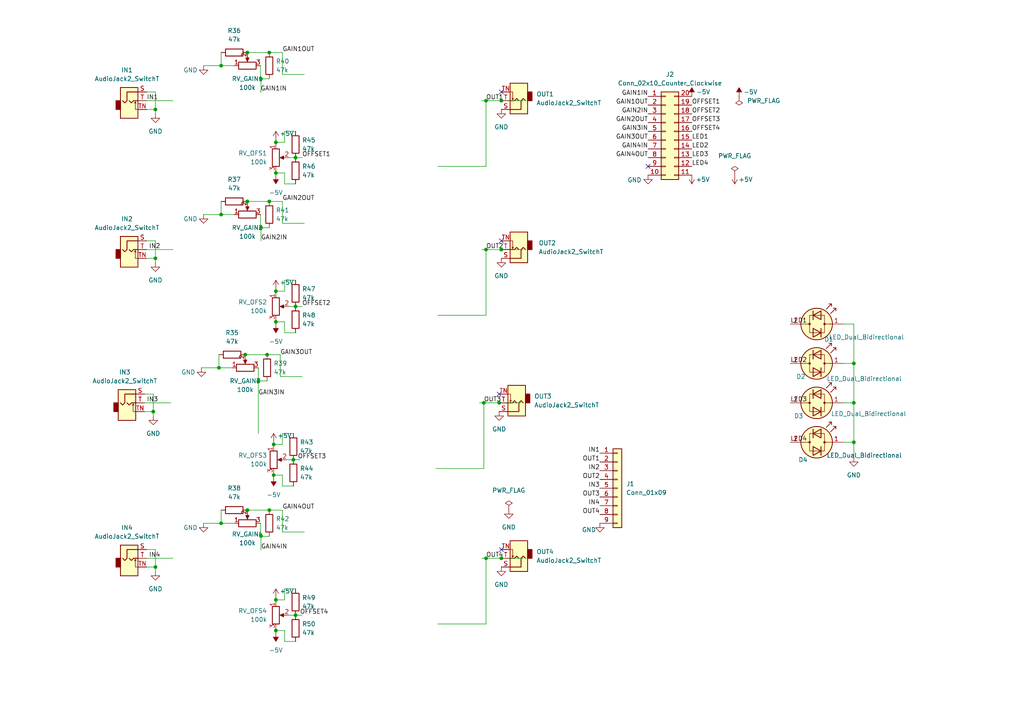
<source format=kicad_sch>
(kicad_sch (version 20211123) (generator eeschema)
  (paper "A4")
  (lib_symbols
    (symbol "Connector:AudioJack2_SwitchT"
      (property "Reference" "J" (at 0 8.89 0))
      (property "Value" "AudioJack2_SwitchT" (at 0 6.35 0))
      (symbol "AudioJack2_SwitchT_0_1"
        (rectangle (start -2.54 0) (end -3.81 -2.54) (stroke (width 0.254)) (fill (type outline)))
        (polyline (pts (xy 1.778 -0.254) (xy 2.032 -0.762)))
        (polyline (pts (xy 0 0) (xy 0.635 -0.635) (xy 1.27 0) (xy 2.54 0)) (stroke (width 0.254)))
        (polyline (pts (xy 2.54 -2.54) (xy 1.778 -2.54) (xy 1.778 -0.254) (xy 1.524 -0.762)))
        (polyline (pts (xy 2.54 2.54) (xy -0.635 2.54) (xy -0.635 0) (xy -1.27 -0.635) (xy -1.905 0)) (stroke (width 0.254)))
        (rectangle (start 2.54 3.81) (end -2.54 -5.08) (stroke (width 0.254)) (fill (type background)))
      )
      (symbol "AudioJack2_SwitchT_1_1"
        (pin passive line (at 5.08 2.54 180) (length 2.54) (name "~") (number "S"))
        (pin passive line (at 5.08 0 180) (length 2.54) (name "~") (number "T"))
        (pin passive line (at 5.08 -2.54 180) (length 2.54) (name "~") (number "TN"))
      )
    )
    (symbol "Connector_Generic:Conn_01x09" (pin_names (offset 1.016) hide)
      (property "Reference" "J" (at 0 12.7 0))
      (property "Value" "Conn_01x09" (at 0 -12.7 0))
      (symbol "Conn_01x09_1_1"
        (rectangle (start -1.27 -10.033) (end 0 -10.287) (stroke (width 0.1524)))
        (rectangle (start -1.27 -7.493) (end 0 -7.747) (stroke (width 0.1524)))
        (rectangle (start -1.27 -4.953) (end 0 -5.207) (stroke (width 0.1524)))
        (rectangle (start -1.27 -2.413) (end 0 -2.667) (stroke (width 0.1524)))
        (rectangle (start -1.27 0.127) (end 0 -0.127) (stroke (width 0.1524)))
        (rectangle (start -1.27 2.667) (end 0 2.413) (stroke (width 0.1524)))
        (rectangle (start -1.27 5.207) (end 0 4.953) (stroke (width 0.1524)))
        (rectangle (start -1.27 7.747) (end 0 7.493) (stroke (width 0.1524)))
        (rectangle (start -1.27 10.287) (end 0 10.033) (stroke (width 0.1524)))
        (rectangle (start -1.27 11.43) (end 1.27 -11.43) (stroke (width 0.254)) (fill (type background)))
        (pin passive line (at -5.08 10.16 0) (length 3.81) (name "Pin_1") (number "1"))
        (pin passive line (at -5.08 7.62 0) (length 3.81) (name "Pin_2") (number "2"))
        (pin passive line (at -5.08 5.08 0) (length 3.81) (name "Pin_3") (number "3"))
        (pin passive line (at -5.08 2.54 0) (length 3.81) (name "Pin_4") (number "4"))
        (pin passive line (at -5.08 0 0) (length 3.81) (name "Pin_5") (number "5"))
        (pin passive line (at -5.08 -2.54 0) (length 3.81) (name "Pin_6") (number "6"))
        (pin passive line (at -5.08 -5.08 0) (length 3.81) (name "Pin_7") (number "7"))
        (pin passive line (at -5.08 -7.62 0) (length 3.81) (name "Pin_8") (number "8"))
        (pin passive line (at -5.08 -10.16 0) (length 3.81) (name "Pin_9") (number "9"))
      )
    )
    (symbol "Connector_Generic:Conn_02x10_Counter_Clockwise" (pin_names (offset 1.016) hide)
      (property "Reference" "J" (at 1.27 12.7 0))
      (property "Value" "Conn_02x10_Counter_Clockwise" (at 1.27 -15.24 0))
      (symbol "Conn_02x10_Counter_Clockwise_1_1"
        (rectangle (start -1.27 -12.573) (end 0 -12.827) (stroke (width 0.1524)))
        (rectangle (start -1.27 -10.033) (end 0 -10.287) (stroke (width 0.1524)))
        (rectangle (start -1.27 -7.493) (end 0 -7.747) (stroke (width 0.1524)))
        (rectangle (start -1.27 -4.953) (end 0 -5.207) (stroke (width 0.1524)))
        (rectangle (start -1.27 -2.413) (end 0 -2.667) (stroke (width 0.1524)))
        (rectangle (start -1.27 0.127) (end 0 -0.127) (stroke (width 0.1524)))
        (rectangle (start -1.27 2.667) (end 0 2.413) (stroke (width 0.1524)))
        (rectangle (start -1.27 5.207) (end 0 4.953) (stroke (width 0.1524)))
        (rectangle (start -1.27 7.747) (end 0 7.493) (stroke (width 0.1524)))
        (rectangle (start -1.27 10.287) (end 0 10.033) (stroke (width 0.1524)))
        (rectangle (start -1.27 11.43) (end 3.81 -13.97) (stroke (width 0.254)) (fill (type background)))
        (rectangle (start 3.81 -12.573) (end 2.54 -12.827) (stroke (width 0.1524)))
        (rectangle (start 3.81 -10.033) (end 2.54 -10.287) (stroke (width 0.1524)))
        (rectangle (start 3.81 -7.493) (end 2.54 -7.747) (stroke (width 0.1524)))
        (rectangle (start 3.81 -4.953) (end 2.54 -5.207) (stroke (width 0.1524)))
        (rectangle (start 3.81 -2.413) (end 2.54 -2.667) (stroke (width 0.1524)))
        (rectangle (start 3.81 0.127) (end 2.54 -0.127) (stroke (width 0.1524)))
        (rectangle (start 3.81 2.667) (end 2.54 2.413) (stroke (width 0.1524)))
        (rectangle (start 3.81 5.207) (end 2.54 4.953) (stroke (width 0.1524)))
        (rectangle (start 3.81 7.747) (end 2.54 7.493) (stroke (width 0.1524)))
        (rectangle (start 3.81 10.287) (end 2.54 10.033) (stroke (width 0.1524)))
        (pin passive line (at -5.08 10.16 0) (length 3.81) (name "Pin_1") (number "1"))
        (pin passive line (at -5.08 -12.7 0) (length 3.81) (name "Pin_10") (number "10"))
        (pin passive line (at 7.62 -12.7 180) (length 3.81) (name "Pin_11") (number "11"))
        (pin passive line (at 7.62 -10.16 180) (length 3.81) (name "Pin_12") (number "12"))
        (pin passive line (at 7.62 -7.62 180) (length 3.81) (name "Pin_13") (number "13"))
        (pin passive line (at 7.62 -5.08 180) (length 3.81) (name "Pin_14") (number "14"))
        (pin passive line (at 7.62 -2.54 180) (length 3.81) (name "Pin_15") (number "15"))
        (pin passive line (at 7.62 0 180) (length 3.81) (name "Pin_16") (number "16"))
        (pin passive line (at 7.62 2.54 180) (length 3.81) (name "Pin_17") (number "17"))
        (pin passive line (at 7.62 5.08 180) (length 3.81) (name "Pin_18") (number "18"))
        (pin passive line (at 7.62 7.62 180) (length 3.81) (name "Pin_19") (number "19"))
        (pin passive line (at -5.08 7.62 0) (length 3.81) (name "Pin_2") (number "2"))
        (pin passive line (at 7.62 10.16 180) (length 3.81) (name "Pin_20") (number "20"))
        (pin passive line (at -5.08 5.08 0) (length 3.81) (name "Pin_3") (number "3"))
        (pin passive line (at -5.08 2.54 0) (length 3.81) (name "Pin_4") (number "4"))
        (pin passive line (at -5.08 0 0) (length 3.81) (name "Pin_5") (number "5"))
        (pin passive line (at -5.08 -2.54 0) (length 3.81) (name "Pin_6") (number "6"))
        (pin passive line (at -5.08 -5.08 0) (length 3.81) (name "Pin_7") (number "7"))
        (pin passive line (at -5.08 -7.62 0) (length 3.81) (name "Pin_8") (number "8"))
        (pin passive line (at -5.08 -10.16 0) (length 3.81) (name "Pin_9") (number "9"))
      )
    )
    (symbol "Device:LED_Dual_Bidirectional" (pin_names (offset 0) hide)
      (property "Reference" "D" (at 0 5.715 0))
      (property "Value" "LED_Dual_Bidirectional" (at 0 -6.35 0))
      (symbol "LED_Dual_Bidirectional_0_1"
        (circle (center -2.032 0) (radius 0.254) (fill (type outline)))
        (polyline (pts (xy -4.572 0) (xy -2.54 0)))
        (polyline (pts (xy -2.032 0) (xy -2.54 0)))
        (polyline (pts (xy -1.016 3.81) (xy -1.016 1.27)) (stroke (width 0.254)))
        (polyline (pts (xy 1.27 -1.27) (xy 1.27 -3.81)) (stroke (width 0.254)))
        (polyline (pts (xy 4.064 0) (xy 2.286 0)) (fill (type outline)))
        (polyline (pts (xy 4.318 5.842) (xy 4.318 5.08)) (stroke (width 0.2032)))
        (polyline (pts (xy 5.588 4.572) (xy 5.588 3.81)) (stroke (width 0.2032)))
        (polyline (pts (xy 2.794 4.318) (xy 4.318 5.842) (xy 3.556 5.842)) (stroke (width 0.2032)))
        (polyline (pts (xy 4.064 3.048) (xy 5.588 4.572) (xy 4.826 4.572)) (stroke (width 0.2032)))
        (polyline (pts (xy -1.016 -1.27) (xy -1.016 -3.81) (xy 1.27 -2.54) (xy -1.016 -1.27)) (stroke (width 0.254)))
        (polyline (pts (xy 1.27 3.81) (xy 1.27 1.27) (xy -1.016 2.54) (xy 1.27 3.81)) (stroke (width 0.254)))
        (polyline (pts (xy 2.286 2.54) (xy -2.032 2.54) (xy -2.032 -2.54) (xy 2.286 -2.54) (xy 2.286 2.54)))
        (circle (center 0 0) (radius 4.572) (stroke (width 0.254)) (fill (type background)))
        (circle (center 2.286 0) (radius 0.254) (fill (type outline)))
      )
      (symbol "LED_Dual_Bidirectional_1_1"
        (pin input line (at 7.62 0 180) (length 3.81) (name "KA") (number "1"))
        (pin input line (at -7.62 0 0) (length 3.048) (name "AK") (number "2"))
      )
    )
    (symbol "Device:R" (pin_numbers hide) (pin_names (offset 0))
      (property "Reference" "R" (at 2.032 0 90))
      (property "Value" "R" (at 0 0 90))
      (symbol "R_0_1"
        (rectangle (start -1.016 -2.54) (end 1.016 2.54) (stroke (width 0.254)))
      )
      (symbol "R_1_1"
        (pin passive line (at 0 3.81 270) (length 1.27) (name "~") (number "1"))
        (pin passive line (at 0 -3.81 90) (length 1.27) (name "~") (number "2"))
      )
    )
    (symbol "Device:R_Potentiometer" (pin_names (offset 1.016) hide)
      (property "Reference" "RV" (at -4.445 0 90))
      (property "Value" "R_Potentiometer" (at -2.54 0 90))
      (symbol "R_Potentiometer_0_1"
        (polyline (pts (xy 2.54 0) (xy 1.524 0)))
        (polyline (pts (xy 1.143 0) (xy 2.286 0.508) (xy 2.286 -0.508) (xy 1.143 0)) (fill (type outline)))
        (rectangle (start 1.016 2.54) (end -1.016 -2.54) (stroke (width 0.254)))
      )
      (symbol "R_Potentiometer_1_1"
        (pin passive line (at 0 3.81 270) (length 1.27) (name "1") (number "1"))
        (pin passive line (at 3.81 0 180) (length 1.27) (name "2") (number "2"))
        (pin passive line (at 0 -3.81 90) (length 1.27) (name "3") (number "3"))
      )
    )
    (symbol "power:+5V" (power) (pin_names (offset 0))
      (property "Value" "+5V" (at 0 3.556 0))
      (symbol "+5V_0_1"
        (polyline (pts (xy -0.762 1.27) (xy 0 2.54)))
        (polyline (pts (xy 0 0) (xy 0 2.54)))
        (polyline (pts (xy 0 2.54) (xy 0.762 1.27)))
      )
      (symbol "+5V_1_1"
        (pin power_in line (at 0 0 90) (length 0) hide (name "+5V") (number "1"))
      )
    )
    (symbol "power:-5V" (power) (pin_names (offset 0))
      (property "Value" "-5V" (at 0 3.81 0))
      (symbol "-5V_0_0"
        (pin power_in line (at 0 0 90) (length 0) hide (name "-5V") (number "1"))
      )
      (symbol "-5V_0_1"
        (polyline (pts (xy 0 0) (xy 0 1.27) (xy 0.762 1.27) (xy 0 2.54) (xy -0.762 1.27) (xy 0 1.27)) (fill (type outline)))
      )
    )
    (symbol "power:GND" (power) (pin_names (offset 0))
      (property "Value" "GND" (at 0 -3.81 0))
      (symbol "GND_0_1"
        (polyline (pts (xy 0 0) (xy 0 -1.27) (xy 1.27 -1.27) (xy 0 -2.54) (xy -1.27 -1.27) (xy 0 -1.27)))
      )
      (symbol "GND_1_1"
        (pin power_in line (at 0 0 270) (length 0) hide (name "GND") (number "1"))
      )
    )
    (symbol "power:PWR_FLAG" (power) (pin_numbers hide) (pin_names (offset 0) hide)
      (property "Value" "PWR_FLAG" (at 0 3.81 0))
      (symbol "PWR_FLAG_0_0"
        (pin power_out line (at 0 0 90) (length 0) (name "pwr") (number "1"))
      )
      (symbol "PWR_FLAG_0_1"
        (polyline (pts (xy 0 0) (xy 0 1.27) (xy -1.016 1.905) (xy 0 2.54) (xy 1.016 1.905) (xy 0 1.27)))
      )
    )
  )
  (junction (at 78.105 15.24))
  (junction (at 80.01 84.455))
  (junction (at 74.93 110.49))
  (junction (at 71.755 147.955))
  (junction (at 77.47 102.87))
  (junction (at 63.5 106.68))
  (junction (at 80.01 50.165))
  (junction (at 79.375 137.795))
  (junction (at 45.085 74.93))
  (junction (at 44.45 119.38))
  (junction (at 85.09 133.35))
  (junction (at 71.755 15.24))
  (junction (at 79.375 128.905))
  (junction (at 71.755 58.42))
  (junction (at 144.78 116.84))
  (junction (at 145.415 161.925))
  (junction (at 71.12 102.87))
  (junction (at 78.105 147.955))
  (junction (at 140.97 161.925))
  (junction (at 140.97 72.39))
  (junction (at 85.725 45.72))
  (junction (at 45.085 31.75))
  (junction (at 75.692 22.86))
  (junction (at 78.105 58.42))
  (junction (at 80.01 182.88))
  (junction (at 64.135 151.765))
  (junction (at 75.692 66.04))
  (junction (at 145.415 72.39))
  (junction (at 64.135 19.05))
  (junction (at 80.01 41.275))
  (junction (at 45.085 164.465))
  (junction (at 85.725 88.9))
  (junction (at 247.65 116.84))
  (junction (at 80.01 173.99))
  (junction (at 145.415 29.21))
  (junction (at 247.65 105.41))
  (junction (at 140.97 29.21))
  (junction (at 140.335 116.84))
  (junction (at 64.135 62.23))
  (junction (at 80.01 93.345))
  (junction (at 247.65 128.27))
  (junction (at 85.725 178.435))
  (junction (at 75.692 155.448))
  (no_connect (at 145.415 26.67))
  (no_connect (at 145.415 69.85))
  (no_connect (at 144.78 114.3))
  (no_connect (at 145.415 159.385))
  (no_connect (at 187.96 48.26))
  (wire (pts (xy 80.01 92.71) (xy 80.01 93.345)))
  (wire (pts (xy 79.375 128.905) (xy 79.375 129.54)))
  (wire (pts (xy 126.365 135.89) (xy 140.335 135.89)))
  (wire (pts (xy 80.01 93.345) (xy 80.01 93.98)))
  (wire (pts (xy 83.82 88.9) (xy 85.725 88.9)))
  (wire (pts (xy 80.01 41.275) (xy 80.01 41.91)))
  (wire (pts (xy 80.01 84.455) (xy 80.01 85.09)))
  (wire (pts (xy 85.725 88.9) (xy 87.63 88.9)))
  (wire (pts (xy 82.55 186.055) (xy 82.55 182.88)))
  (wire (pts (xy 71.755 147.955) (xy 78.105 147.955)))
  (wire (pts (xy 145.415 72.39) (xy 151.765 72.39)))
  (wire (pts (xy 44.45 120.65) (xy 44.45 119.38)))
  (wire (pts (xy 140.97 29.21) (xy 145.415 29.21)))
  (wire (pts (xy 74.93 110.49) (xy 77.47 110.49)))
  (wire (pts (xy 79.375 128.27) (xy 79.375 128.905)))
  (wire (pts (xy 85.725 96.52) (xy 82.55 96.52)))
  (wire (pts (xy 80.01 182.88) (xy 80.01 183.515)))
  (wire (pts (xy 75.692 66.04) (xy 78.105 66.04)))
  (wire (pts (xy 71.755 58.42) (xy 78.105 58.42)))
  (wire (pts (xy 82.55 170.815) (xy 82.55 173.99)))
  (wire (pts (xy 81.915 58.42) (xy 81.915 64.77)))
  (wire (pts (xy 81.915 154.305) (xy 88.265 154.305)))
  (wire (pts (xy 81.915 21.59) (xy 88.265 21.59)))
  (wire (pts (xy 42.545 26.67) (xy 45.085 26.67)))
  (wire (pts (xy 81.915 64.77) (xy 88.265 64.77)))
  (wire (pts (xy 80.01 40.64) (xy 80.01 41.275)))
  (wire (pts (xy 80.01 49.53) (xy 80.01 50.165)))
  (wire (pts (xy 42.545 72.39) (xy 50.165 72.39)))
  (wire (pts (xy 140.335 135.89) (xy 140.335 116.84)))
  (wire (pts (xy 82.55 81.28) (xy 82.55 84.455)))
  (wire (pts (xy 85.09 140.97) (xy 81.915 140.97)))
  (wire (pts (xy 140.97 161.925) (xy 145.415 161.925)))
  (wire (pts (xy 140.97 72.39) (xy 139.7 72.39)))
  (wire (pts (xy 85.725 53.34) (xy 82.55 53.34)))
  (wire (pts (xy 44.45 114.3) (xy 44.45 119.38)))
  (wire (pts (xy 79.375 137.16) (xy 79.375 137.795)))
  (wire (pts (xy 85.725 186.055) (xy 82.55 186.055)))
  (wire (pts (xy 81.28 109.22) (xy 87.63 109.22)))
  (wire (pts (xy 81.28 102.87) (xy 81.28 109.22)))
  (wire (pts (xy 85.09 125.73) (xy 81.915 125.73)))
  (wire (pts (xy 81.915 15.24) (xy 81.915 21.59)))
  (wire (pts (xy 127 180.975) (xy 140.97 180.975)))
  (wire (pts (xy 45.085 164.465) (xy 42.545 164.465)))
  (wire (pts (xy 145.415 29.21) (xy 151.765 29.21)))
  (wire (pts (xy 247.65 128.27) (xy 244.475 128.27)))
  (wire (pts (xy 79.375 137.795) (xy 79.375 138.43)))
  (wire (pts (xy 75.438 26.67) (xy 75.692 26.67)))
  (wire (pts (xy 127 48.26) (xy 140.97 48.26)))
  (wire (pts (xy 64.135 58.42) (xy 64.135 62.23)))
  (wire (pts (xy 145.415 161.925) (xy 151.765 161.925)))
  (wire (pts (xy 59.055 62.23) (xy 64.135 62.23)))
  (wire (pts (xy 64.135 15.24) (xy 64.135 19.05)))
  (wire (pts (xy 64.135 151.765) (xy 67.945 151.765)))
  (wire (pts (xy 81.915 140.97) (xy 81.915 137.795)))
  (wire (pts (xy 82.55 84.455) (xy 80.01 84.455)))
  (wire (pts (xy 42.545 161.925) (xy 50.165 161.925)))
  (wire (pts (xy 71.12 102.87) (xy 77.47 102.87)))
  (wire (pts (xy 85.09 133.35) (xy 86.995 133.35)))
  (wire (pts (xy 85.725 38.1) (xy 82.55 38.1)))
  (wire (pts (xy 82.55 41.275) (xy 80.01 41.275)))
  (wire (pts (xy 58.42 106.68) (xy 63.5 106.68)))
  (wire (pts (xy 64.135 62.23) (xy 67.945 62.23)))
  (wire (pts (xy 83.82 178.435) (xy 85.725 178.435)))
  (wire (pts (xy 81.915 147.955) (xy 81.915 154.305)))
  (wire (pts (xy 82.55 182.88) (xy 80.01 182.88)))
  (wire (pts (xy 80.01 173.355) (xy 80.01 173.99)))
  (wire (pts (xy 74.93 106.68) (xy 74.93 110.49)))
  (wire (pts (xy 75.565 19.05) (xy 75.565 22.86)))
  (wire (pts (xy 64.135 147.955) (xy 64.135 151.765)))
  (wire (pts (xy 247.65 116.84) (xy 247.65 128.27)))
  (wire (pts (xy 75.565 66.04) (xy 75.692 66.04)))
  (wire (pts (xy 85.725 45.72) (xy 87.63 45.72)))
  (wire (pts (xy 45.085 159.385) (xy 45.085 164.465)))
  (wire (pts (xy 140.97 29.21) (xy 139.7 29.21)))
  (wire (pts (xy 75.692 26.67) (xy 75.692 22.86)))
  (wire (pts (xy 75.565 151.765) (xy 75.565 155.575)))
  (wire (pts (xy 63.5 102.87) (xy 63.5 106.68)))
  (wire (pts (xy 140.335 116.84) (xy 139.065 116.84)))
  (wire (pts (xy 63.5 106.68) (xy 67.31 106.68)))
  (wire (pts (xy 127 91.44) (xy 140.97 91.44)))
  (wire (pts (xy 82.55 96.52) (xy 82.55 93.345)))
  (wire (pts (xy 80.01 50.165) (xy 80.01 50.8)))
  (wire (pts (xy 81.915 128.905) (xy 79.375 128.905)))
  (wire (pts (xy 82.55 53.34) (xy 82.55 50.165)))
  (wire (pts (xy 75.692 155.448) (xy 75.692 159.512)))
  (wire (pts (xy 64.135 19.05) (xy 67.945 19.05)))
  (wire (pts (xy 45.085 26.67) (xy 45.085 31.75)))
  (wire (pts (xy 140.97 91.44) (xy 140.97 72.39)))
  (wire (pts (xy 80.01 173.99) (xy 80.01 174.625)))
  (wire (pts (xy 247.65 93.98) (xy 247.65 105.41)))
  (wire (pts (xy 45.085 31.75) (xy 42.545 31.75)))
  (wire (pts (xy 41.91 114.3) (xy 44.45 114.3)))
  (wire (pts (xy 42.545 69.85) (xy 45.085 69.85)))
  (wire (pts (xy 78.105 58.42) (xy 81.915 58.42)))
  (wire (pts (xy 82.55 38.1) (xy 82.55 41.275)))
  (wire (pts (xy 42.545 29.21) (xy 50.165 29.21)))
  (wire (pts (xy 144.78 116.84) (xy 151.13 116.84)))
  (wire (pts (xy 244.475 93.98) (xy 247.65 93.98)))
  (wire (pts (xy 80.01 83.82) (xy 80.01 84.455)))
  (wire (pts (xy 45.085 74.93) (xy 42.545 74.93)))
  (wire (pts (xy 44.45 119.38) (xy 41.91 119.38)))
  (wire (pts (xy 75.565 155.575) (xy 78.105 155.575)))
  (wire (pts (xy 75.692 66.04) (xy 75.692 69.85)))
  (wire (pts (xy 78.105 15.24) (xy 81.915 15.24)))
  (wire (pts (xy 75.692 22.86) (xy 78.105 22.86)))
  (wire (pts (xy 59.055 151.765) (xy 64.135 151.765)))
  (wire (pts (xy 59.055 19.05) (xy 64.135 19.05)))
  (wire (pts (xy 75.565 22.86) (xy 75.692 22.86)))
  (wire (pts (xy 140.97 48.26) (xy 140.97 29.21)))
  (wire (pts (xy 82.55 173.99) (xy 80.01 173.99)))
  (wire (pts (xy 81.915 125.73) (xy 81.915 128.905)))
  (wire (pts (xy 244.475 116.84) (xy 247.65 116.84)))
  (wire (pts (xy 82.55 93.345) (xy 80.01 93.345)))
  (wire (pts (xy 45.085 33.02) (xy 45.085 31.75)))
  (wire (pts (xy 85.725 81.28) (xy 82.55 81.28)))
  (wire (pts (xy 75.565 62.23) (xy 75.565 66.04)))
  (wire (pts (xy 140.97 72.39) (xy 145.415 72.39)))
  (wire (pts (xy 140.97 180.975) (xy 140.97 161.925)))
  (wire (pts (xy 71.755 15.24) (xy 78.105 15.24)))
  (wire (pts (xy 247.65 105.41) (xy 247.65 116.84)))
  (wire (pts (xy 45.085 76.2) (xy 45.085 74.93)))
  (wire (pts (xy 81.915 137.795) (xy 79.375 137.795)))
  (wire (pts (xy 74.93 110.49) (xy 74.93 125.73)))
  (wire (pts (xy 247.65 132.715) (xy 247.65 128.27)))
  (wire (pts (xy 244.475 105.41) (xy 247.65 105.41)))
  (wire (pts (xy 83.82 45.72) (xy 85.725 45.72)))
  (wire (pts (xy 140.97 161.925) (xy 139.7 161.925)))
  (wire (pts (xy 140.335 116.84) (xy 144.78 116.84)))
  (wire (pts (xy 78.105 147.955) (xy 81.915 147.955)))
  (wire (pts (xy 41.91 116.84) (xy 49.53 116.84)))
  (wire (pts (xy 80.01 182.245) (xy 80.01 182.88)))
  (wire (pts (xy 82.55 50.165) (xy 80.01 50.165)))
  (wire (pts (xy 83.185 133.35) (xy 85.09 133.35)))
  (wire (pts (xy 42.545 159.385) (xy 45.085 159.385)))
  (wire (pts (xy 77.47 102.87) (xy 81.28 102.87)))
  (wire (pts (xy 45.085 69.85) (xy 45.085 74.93)))
  (wire (pts (xy 45.085 165.735) (xy 45.085 164.465)))
  (wire (pts (xy 85.725 178.435) (xy 87.63 178.435)))
  (wire (pts (xy 85.725 170.815) (xy 82.55 170.815)))
  (label "OUT2" (at 173.99 139.065 180))
  (label "IN1" (at 173.99 131.445 180))
  (label "LED1" (at 200.66 40.64 0))
  (label "OFFSET4" (at 86.995 178.435 0))
  (label "OUT3" (at 173.99 144.145 180))
  (label "OUT3" (at 140.335 116.84 0))
  (label "IN4" (at 43.18 161.925 0))
  (label "OUT1" (at 140.97 29.21 0))
  (label "GAIN1OUT" (at 81.915 15.24 0))
  (label "OUT2" (at 140.97 72.39 0))
  (label "OFFSET3" (at 200.66 35.56 0))
  (label "LED4" (at 200.66 48.26 0))
  (label "OFFSET1" (at 200.66 30.48 0))
  (label "GAIN3IN" (at 187.96 38.1 180))
  (label "GAIN3OUT" (at 81.28 103.124 0))
  (label "GAIN3IN" (at 74.93 114.808 0))
  (label "LED2" (at 200.66 43.18 0))
  (label "OUT4" (at 173.99 149.225 180))
  (label "LED3" (at 229.235 116.84 0))
  (label "OFFSET4" (at 200.66 38.1 0))
  (label "IN2" (at 43.18 72.39 0))
  (label "GAIN2IN" (at 75.692 69.85 0))
  (label "GAIN2OUT" (at 81.915 58.42 0))
  (label "OFFSET3" (at 86.36 133.35 0))
  (label "IN3" (at 42.545 116.84 0))
  (label "OFFSET2" (at 200.66 33.02 0))
  (label "OFFSET1" (at 87.63 45.72 0))
  (label "IN3" (at 173.99 141.605 180))
  (label "GAIN3OUT" (at 187.96 40.64 180))
  (label "LED3" (at 200.66 45.72 0))
  (label "LED1" (at 229.235 93.98 0))
  (label "GAIN4OUT" (at 81.915 147.955 0))
  (label "IN4" (at 173.99 146.685 180))
  (label "OFFSET2" (at 87.63 88.9 0))
  (label "GAIN1IN" (at 75.565 26.67 0))
  (label "LED4" (at 229.235 128.27 0))
  (label "IN2" (at 173.99 136.525 180))
  (label "GAIN2IN" (at 187.96 33.02 180))
  (label "OUT4" (at 140.97 161.925 0))
  (label "GAIN1OUT" (at 187.96 30.48 180))
  (label "GAIN4IN" (at 187.96 43.18 180))
  (label "GAIN4IN" (at 75.692 159.512 0))
  (label "GAIN2OUT" (at 187.96 35.56 180))
  (label "GAIN4OUT" (at 187.96 45.72 180))
  (label "OUT1" (at 173.99 133.985 180))
  (label "GAIN1IN" (at 187.96 27.94 180))
  (label "LED2" (at 229.235 105.41 0))
  (label "IN1" (at 42.545 29.21 0))
  (symbol (lib_id "power:GND") (at 45.085 76.2 0) (unit 1)
    (property "Reference" "#PWR0134" (effects hide))
    (property "Value" "GND" (at 45.085 81.28 0))
  )
  (symbol (lib_id "Device:R") (at 67.945 15.24 90) (unit 1)
    (property "Reference" "R36" (at 67.945 8.89 90))
    (property "Value" "47k" (at 67.945 11.43 90))
    (property "Footprint" "Resistor_SMD:R_0603_1608Metric_Pad0.98x0.95mm_HandSolder" (effects hide))
  )
  (symbol (lib_id "power:PWR_FLAG") (at 214.376 27.94 180) (unit 1)
    (property "Reference" "#FLG0103" (effects hide))
    (property "Value" "PWR_FLAG" (at 216.662 29.2099 0) (effects (justify right)))
  )
  (symbol (lib_id "Device:R") (at 85.725 182.245 0) (unit 1)
    (property "Reference" "R50" (at 87.63 180.9749 0) (effects (justify left)))
    (property "Value" "47k" (at 87.63 183.5149 0) (effects (justify left)))
    (property "Footprint" "Resistor_SMD:R_0603_1608Metric_Pad0.98x0.95mm_HandSolder" (effects hide))
  )
  (symbol (lib_id "power:GND") (at 187.96 50.8 0) (unit 1)
    (property "Reference" "#PWR0147" (effects hide))
    (property "Value" "GND" (at 184.023 52.197 0))
  )
  (symbol (lib_id "power:+5V") (at 213.106 50.8 180) (unit 1)
    (property "Reference" "#PWR0106" (effects hide))
    (property "Value" "+5V" (at 216.281 52.07 0))
  )
  (symbol (lib_id "power:-5V") (at 200.66 27.94 0) (unit 1)
    (property "Reference" "#PWR0146" (effects hide))
    (property "Value" "-5V" (at 201.93 26.6699 0) (effects (justify left)))
  )
  (symbol (lib_id "Device:LED_Dual_Bidirectional") (at 236.855 105.41 0) (unit 1)
    (property "Reference" "D2" (at 232.2703 109.22 0))
    (property "Value" "LED_Dual_Bidirectional" (at 250.6853 109.855 0))
    (property "Footprint" "LED_THT:LED_D3.0mm" (effects hide))
  )
  (symbol (lib_id "Device:LED_Dual_Bidirectional") (at 236.855 116.84 0) (unit 1)
    (property "Reference" "D3" (at 231.6353 120.65 0))
    (property "Value" "LED_Dual_Bidirectional" (at 251.9553 120.015 0))
    (property "Footprint" "LED_THT:LED_D3.0mm" (effects hide))
  )
  (symbol (lib_id "Device:R_Potentiometer") (at 71.755 62.23 90) (unit 1)
    (property "Reference" "RV_GAIN2" (at 71.755 66.04 90))
    (property "Value" "100k" (at 71.755 68.58 90))
    (property "Footprint" "Potentiometer_THT:Potentiometer_Alps_RK09K_Single_Vertical" (effects hide))
  )
  (symbol (lib_id "Device:R") (at 85.09 129.54 0) (unit 1)
    (property "Reference" "R43" (at 86.995 128.2699 0) (effects (justify left)))
    (property "Value" "47k" (at 86.995 130.8099 0) (effects (justify left)))
    (property "Footprint" "Resistor_SMD:R_0603_1608Metric_Pad0.98x0.95mm_HandSolder" (effects hide))
  )
  (symbol (lib_id "Device:R_Potentiometer") (at 71.755 19.05 90) (unit 1)
    (property "Reference" "RV_GAIN1" (at 71.755 22.86 90))
    (property "Value" "100k" (at 71.755 25.4 90))
    (property "Footprint" "Potentiometer_THT:Potentiometer_Alps_RK09K_Single_Vertical" (effects hide))
  )
  (symbol (lib_id "power:GND") (at 173.99 151.765 0) (unit 1)
    (property "Reference" "#PWR0145" (effects hide))
    (property "Value" "GND" (at 170.815 153.67 0))
  )
  (symbol (lib_id "Connector:AudioJack2_SwitchT") (at 149.86 116.84 180) (unit 1)
    (property "Reference" "OUT3" (at 154.94 114.9349 0) (effects (justify right)))
    (property "Value" "AudioJack2_SwitchT" (at 154.94 117.4749 0) (effects (justify right)))
    (property "Footprint" "Connector_Audio:Jack_3.5mm_QingPu_WQP-PJ398SM_Vertical_CircularHoles" (effects hide))
  )
  (symbol (lib_id "Device:R") (at 85.725 174.625 0) (unit 1)
    (property "Reference" "R49" (at 87.63 173.3549 0) (effects (justify left)))
    (property "Value" "47k" (at 87.63 175.8949 0) (effects (justify left)))
    (property "Footprint" "Resistor_SMD:R_0603_1608Metric_Pad0.98x0.95mm_HandSolder" (effects hide))
  )
  (symbol (lib_id "Connector:AudioJack2_SwitchT") (at 37.465 29.21 0) (unit 1)
    (property "Reference" "IN1" (at 36.83 20.32 0))
    (property "Value" "AudioJack2_SwitchT" (at 36.83 22.86 0))
    (property "Footprint" "Connector_Audio:Jack_3.5mm_QingPu_WQP-PJ398SM_Vertical_CircularHoles" (effects hide))
  )
  (symbol (lib_id "power:+5V") (at 80.01 173.355 0) (unit 1)
    (property "Reference" "#PWR0118" (effects hide))
    (property "Value" "+5V" (at 83.185 171.45 0))
  )
  (symbol (lib_id "power:GND") (at 145.415 74.93 0) (unit 1)
    (property "Reference" "#PWR0137" (effects hide))
    (property "Value" "GND" (at 145.415 80.01 0))
  )
  (symbol (lib_id "Device:R") (at 77.47 106.68 0) (unit 1)
    (property "Reference" "R39" (at 79.375 105.4099 0) (effects (justify left)))
    (property "Value" "47k" (at 79.375 107.9499 0) (effects (justify left)))
    (property "Footprint" "Resistor_SMD:R_0603_1608Metric_Pad0.98x0.95mm_HandSolder" (effects hide))
  )
  (symbol (lib_id "power:-5V") (at 80.01 93.98 180) (unit 1)
    (property "Reference" "#PWR0115" (effects hide))
    (property "Value" "-5V" (at 80.01 99.06 0))
  )
  (symbol (lib_id "power:GND") (at 59.055 151.765 0) (unit 1)
    (property "Reference" "#PWR0125" (effects hide))
    (property "Value" "GND" (at 55.245 153.035 0))
  )
  (symbol (lib_id "power:GND") (at 58.42 106.68 0) (unit 1)
    (property "Reference" "#PWR0122" (effects hide))
    (property "Value" "GND" (at 54.61 107.95 0))
  )
  (symbol (lib_id "Device:R") (at 78.105 62.23 0) (unit 1)
    (property "Reference" "R41" (at 80.01 60.9599 0) (effects (justify left)))
    (property "Value" "47k" (at 80.01 63.4999 0) (effects (justify left)))
    (property "Footprint" "Resistor_SMD:R_0603_1608Metric_Pad0.98x0.95mm_HandSolder" (effects hide))
  )
  (symbol (lib_id "power:GND") (at 59.055 19.05 0) (unit 1)
    (property "Reference" "#PWR0105" (effects hide))
    (property "Value" "GND" (at 55.245 20.32 0))
  )
  (symbol (lib_id "Device:LED_Dual_Bidirectional") (at 236.855 93.98 0) (unit 1)
    (property "Reference" "D1" (at 240.3983 98.425 0))
    (property "Value" "LED_Dual_Bidirectional" (at 251.3203 97.79 0))
    (property "Footprint" "LED_THT:LED_D3.0mm" (effects hide))
  )
  (symbol (lib_id "Connector:AudioJack2_SwitchT") (at 36.83 116.84 0) (unit 1)
    (property "Reference" "IN3" (at 36.195 107.95 0))
    (property "Value" "AudioJack2_SwitchT" (at 36.195 110.49 0))
    (property "Footprint" "Connector_Audio:Jack_3.5mm_QingPu_WQP-PJ398SM_Vertical_CircularHoles" (effects hide))
  )
  (symbol (lib_id "Connector_Generic:Conn_02x10_Counter_Clockwise") (at 193.04 38.1 0) (unit 1)
    (property "Reference" "J2" (at 194.31 21.59 0))
    (property "Value" "Conn_02x10_Counter_Clockwise" (at 194.31 24.13 0))
    (property "Footprint" "Connector_PinHeader_2.54mm:PinHeader_2x10_P2.54mm_Vertical" (effects hide))
  )
  (symbol (lib_id "power:GND") (at 144.78 119.38 0) (unit 1)
    (property "Reference" "#PWR0130" (effects hide))
    (property "Value" "GND" (at 144.78 124.46 0))
  )
  (symbol (lib_id "Connector:AudioJack2_SwitchT") (at 37.465 161.925 0) (unit 1)
    (property "Reference" "IN4" (at 36.83 153.035 0))
    (property "Value" "AudioJack2_SwitchT" (at 36.83 155.575 0))
    (property "Footprint" "Connector_Audio:Jack_3.5mm_QingPu_WQP-PJ398SM_Vertical_CircularHoles" (effects hide))
  )
  (symbol (lib_id "power:GND") (at 45.085 33.02 0) (unit 1)
    (property "Reference" "#PWR0108" (effects hide))
    (property "Value" "GND" (at 45.085 38.1 0))
  )
  (symbol (lib_id "power:-5V") (at 214.376 27.94 0) (unit 1)
    (property "Reference" "#PWR0107" (effects hide))
    (property "Value" "-5V" (at 215.646 26.6699 0) (effects (justify left)))
  )
  (symbol (lib_id "Connector_Generic:Conn_01x09") (at 179.07 141.605 0) (unit 1)
    (property "Reference" "J1" (at 181.61 140.3349 0) (effects (justify left)))
    (property "Value" "Conn_01x09" (at 181.61 142.8749 0) (effects (justify left)))
    (property "Footprint" "Connector_PinHeader_2.54mm:PinHeader_1x09_P2.54mm_Vertical" (effects hide))
  )
  (symbol (lib_id "power:PWR_FLAG") (at 213.106 50.8 0) (unit 1)
    (property "Reference" "#FLG0102" (effects hide))
    (property "Value" "PWR_FLAG" (at 213.106 45.212 0))
  )
  (symbol (lib_id "Device:R") (at 85.725 49.53 0) (unit 1)
    (property "Reference" "R46" (at 87.63 48.2599 0) (effects (justify left)))
    (property "Value" "47k" (at 87.63 50.7999 0) (effects (justify left)))
    (property "Footprint" "Resistor_SMD:R_0603_1608Metric_Pad0.98x0.95mm_HandSolder" (effects hide))
  )
  (symbol (lib_id "Device:R") (at 85.09 137.16 0) (unit 1)
    (property "Reference" "R44" (at 86.995 135.8899 0) (effects (justify left)))
    (property "Value" "47k" (at 86.995 138.4299 0) (effects (justify left)))
    (property "Footprint" "Resistor_SMD:R_0603_1608Metric_Pad0.98x0.95mm_HandSolder" (effects hide))
  )
  (symbol (lib_id "power:GND") (at 44.45 120.65 0) (unit 1)
    (property "Reference" "#PWR0126" (effects hide))
    (property "Value" "GND" (at 44.45 125.73 0))
  )
  (symbol (lib_id "power:GND") (at 145.415 164.465 0) (unit 1)
    (property "Reference" "#PWR0121" (effects hide))
    (property "Value" "GND" (at 145.415 169.545 0))
  )
  (symbol (lib_id "Device:R") (at 78.105 151.765 0) (unit 1)
    (property "Reference" "R42" (at 80.01 150.4949 0) (effects (justify left)))
    (property "Value" "47k" (at 80.01 153.0349 0) (effects (justify left)))
    (property "Footprint" "Resistor_SMD:R_0603_1608Metric_Pad0.98x0.95mm_HandSolder" (effects hide))
  )
  (symbol (lib_id "Connector:AudioJack2_SwitchT") (at 150.495 29.21 180) (unit 1)
    (property "Reference" "OUT1" (at 155.575 27.3049 0) (effects (justify right)))
    (property "Value" "AudioJack2_SwitchT" (at 155.575 29.8449 0) (effects (justify right)))
    (property "Footprint" "Connector_Audio:Jack_3.5mm_QingPu_WQP-PJ398SM_Vertical_CircularHoles" (effects hide))
  )
  (symbol (lib_id "Device:R") (at 78.105 19.05 0) (unit 1)
    (property "Reference" "R40" (at 80.01 17.7799 0) (effects (justify left)))
    (property "Value" "47k" (at 80.01 20.3199 0) (effects (justify left)))
    (property "Footprint" "Resistor_SMD:R_0603_1608Metric_Pad0.98x0.95mm_HandSolder" (effects hide))
  )
  (symbol (lib_id "Device:R") (at 67.945 147.955 90) (unit 1)
    (property "Reference" "R38" (at 67.945 141.605 90))
    (property "Value" "47k" (at 67.945 144.145 90))
    (property "Footprint" "Resistor_SMD:R_0603_1608Metric_Pad0.98x0.95mm_HandSolder" (effects hide))
  )
  (symbol (lib_id "Device:R") (at 85.725 41.91 0) (unit 1)
    (property "Reference" "R45" (at 87.63 40.6399 0) (effects (justify left)))
    (property "Value" "47k" (at 87.63 43.1799 0) (effects (justify left)))
    (property "Footprint" "Resistor_SMD:R_0603_1608Metric_Pad0.98x0.95mm_HandSolder" (effects hide))
  )
  (symbol (lib_id "Device:R_Potentiometer") (at 79.375 133.35 0) (unit 1)
    (property "Reference" "RV_OFS3" (at 77.47 132.0799 0) (effects (justify right)))
    (property "Value" "100k" (at 77.47 134.6199 0) (effects (justify right)))
    (property "Footprint" "Potentiometer_THT:Potentiometer_Alps_RK09K_Single_Vertical" (effects hide))
  )
  (symbol (lib_id "power:+5V") (at 80.01 40.64 0) (unit 1)
    (property "Reference" "#PWR0104" (effects hide))
    (property "Value" "+5V" (at 83.185 38.735 0))
  )
  (symbol (lib_id "power:GND") (at 247.65 132.715 0) (unit 1)
    (property "Reference" "#PWR0144" (effects hide))
    (property "Value" "GND" (at 247.65 137.795 0))
  )
  (symbol (lib_id "Device:R") (at 85.725 85.09 0) (unit 1)
    (property "Reference" "R47" (at 87.63 83.8199 0) (effects (justify left)))
    (property "Value" "47k" (at 87.63 86.3599 0) (effects (justify left)))
    (property "Footprint" "Resistor_SMD:R_0603_1608Metric_Pad0.98x0.95mm_HandSolder" (effects hide))
  )
  (symbol (lib_id "Connector:AudioJack2_SwitchT") (at 150.495 72.39 180) (unit 1)
    (property "Reference" "OUT2" (at 156.21 70.4849 0) (effects (justify right)))
    (property "Value" "AudioJack2_SwitchT" (at 156.21 73.0249 0) (effects (justify right)))
    (property "Footprint" "Connector_Audio:Jack_3.5mm_QingPu_WQP-PJ398SM_Vertical_CircularHoles" (effects hide))
  )
  (symbol (lib_id "Device:R_Potentiometer") (at 80.01 178.435 0) (unit 1)
    (property "Reference" "RV_OFS4" (at 77.47 177.1649 0) (effects (justify right)))
    (property "Value" "100k" (at 77.47 179.7049 0) (effects (justify right)))
    (property "Footprint" "Potentiometer_THT:Potentiometer_Alps_RK09K_Single_Vertical" (effects hide))
  )
  (symbol (lib_id "Device:R_Potentiometer") (at 71.755 151.765 90) (unit 1)
    (property "Reference" "RV_GAIN4" (at 71.755 154.94 90))
    (property "Value" "100k" (at 71.755 157.48 90))
    (property "Footprint" "Potentiometer_THT:Potentiometer_Alps_RK09K_Single_Vertical" (effects hide))
  )
  (symbol (lib_id "Device:R") (at 85.725 92.71 0) (unit 1)
    (property "Reference" "R48" (at 87.63 91.4399 0) (effects (justify left)))
    (property "Value" "47k" (at 87.63 93.9799 0) (effects (justify left)))
    (property "Footprint" "Resistor_SMD:R_0603_1608Metric_Pad0.98x0.95mm_HandSolder" (effects hide))
  )
  (symbol (lib_id "Device:R") (at 67.945 58.42 90) (unit 1)
    (property "Reference" "R37" (at 67.945 52.07 90))
    (property "Value" "47k" (at 67.945 54.61 90))
    (property "Footprint" "Resistor_SMD:R_0603_1608Metric_Pad0.98x0.95mm_HandSolder" (effects hide))
  )
  (symbol (lib_id "power:GND") (at 147.574 147.828 0) (unit 1)
    (property "Reference" "#PWR0101" (effects hide))
    (property "Value" "GND" (at 147.574 152.908 0))
  )
  (symbol (lib_id "Device:R_Potentiometer") (at 71.12 106.68 90) (unit 1)
    (property "Reference" "RV_GAIN3" (at 71.12 110.49 90))
    (property "Value" "100k" (at 71.12 113.03 90))
    (property "Footprint" "Potentiometer_THT:Potentiometer_Alps_RK09K_Single_Vertical" (effects hide))
  )
  (symbol (lib_id "power:+5V") (at 80.01 83.82 0) (unit 1)
    (property "Reference" "#PWR0114" (effects hide))
    (property "Value" "+5V" (at 83.185 81.915 0))
  )
  (symbol (lib_id "power:GND") (at 145.415 31.75 0) (unit 1)
    (property "Reference" "#PWR0102" (effects hide))
    (property "Value" "GND" (at 145.415 36.83 0))
  )
  (symbol (lib_id "power:GND") (at 59.055 62.23 0) (unit 1)
    (property "Reference" "#PWR0131" (effects hide))
    (property "Value" "GND" (at 55.245 63.5 0))
  )
  (symbol (lib_id "Connector:AudioJack2_SwitchT") (at 37.465 72.39 0) (unit 1)
    (property "Reference" "IN2" (at 36.83 63.5 0))
    (property "Value" "AudioJack2_SwitchT" (at 36.83 66.04 0))
    (property "Footprint" "Connector_Audio:Jack_3.5mm_QingPu_WQP-PJ398SM_Vertical_CircularHoles" (effects hide))
  )
  (symbol (lib_id "Device:LED_Dual_Bidirectional") (at 236.855 128.27 0) (unit 1)
    (property "Reference" "D4" (at 232.9053 133.35 0))
    (property "Value" "LED_Dual_Bidirectional" (at 250.6853 132.08 0))
    (property "Footprint" "LED_THT:LED_D3.0mm" (effects hide))
  )
  (symbol (lib_id "Connector:AudioJack2_SwitchT") (at 150.495 161.925 180) (unit 1)
    (property "Reference" "OUT4" (at 155.575 160.0199 0) (effects (justify right)))
    (property "Value" "AudioJack2_SwitchT" (at 155.575 162.5599 0) (effects (justify right)))
    (property "Footprint" "Connector_Audio:Jack_3.5mm_QingPu_WQP-PJ398SM_Vertical_CircularHoles" (effects hide))
  )
  (symbol (lib_id "power:+5V") (at 200.66 50.8 180) (unit 1)
    (property "Reference" "#PWR0148" (effects hide))
    (property "Value" "+5V" (at 203.835 52.07 0))
  )
  (symbol (lib_id "Device:R") (at 67.31 102.87 90) (unit 1)
    (property "Reference" "R35" (at 67.31 96.52 90))
    (property "Value" "47k" (at 67.31 99.06 90))
    (property "Footprint" "Resistor_SMD:R_0603_1608Metric_Pad0.98x0.95mm_HandSolder" (effects hide))
  )
  (symbol (lib_id "power:-5V") (at 79.375 138.43 180) (unit 1)
    (property "Reference" "#PWR0119" (effects hide))
    (property "Value" "-5V" (at 79.375 143.51 0))
  )
  (symbol (lib_id "power:-5V") (at 80.01 183.515 180) (unit 1)
    (property "Reference" "#PWR0117" (effects hide))
    (property "Value" "-5V" (at 80.01 188.595 0))
  )
  (symbol (lib_id "power:GND") (at 45.085 165.735 0) (unit 1)
    (property "Reference" "#PWR0127" (effects hide))
    (property "Value" "GND" (at 45.085 170.815 0))
  )
  (symbol (lib_id "power:-5V") (at 80.01 50.8 180) (unit 1)
    (property "Reference" "#PWR0103" (effects hide))
    (property "Value" "-5V" (at 80.01 55.88 0))
  )
  (symbol (lib_id "Device:R_Potentiometer") (at 80.01 45.72 0) (unit 1)
    (property "Reference" "RV_OFS1" (at 77.47 44.4499 0) (effects (justify right)))
    (property "Value" "100k" (at 77.47 46.9899 0) (effects (justify right)))
    (property "Footprint" "Potentiometer_THT:Potentiometer_Alps_RK09K_Single_Vertical" (effects hide))
  )
  (symbol (lib_id "power:PWR_FLAG") (at 147.574 147.828 0) (unit 1)
    (property "Reference" "#FLG0101" (effects hide))
    (property "Value" "PWR_FLAG" (at 147.574 142.24 0))
  )
  (symbol (lib_id "Device:R_Potentiometer") (at 80.01 88.9 0) (unit 1)
    (property "Reference" "RV_OFS2" (at 77.47 87.6299 0) (effects (justify right)))
    (property "Value" "100k" (at 77.47 90.1699 0) (effects (justify right)))
    (property "Footprint" "Potentiometer_THT:Potentiometer_Alps_RK09K_Single_Vertical" (effects hide))
  )
  (symbol (lib_id "power:+5V") (at 79.375 128.27 0) (unit 1)
    (property "Reference" "#PWR0116" (effects hide))
    (property "Value" "+5V" (at 82.55 126.365 0))
  )
)
</source>
